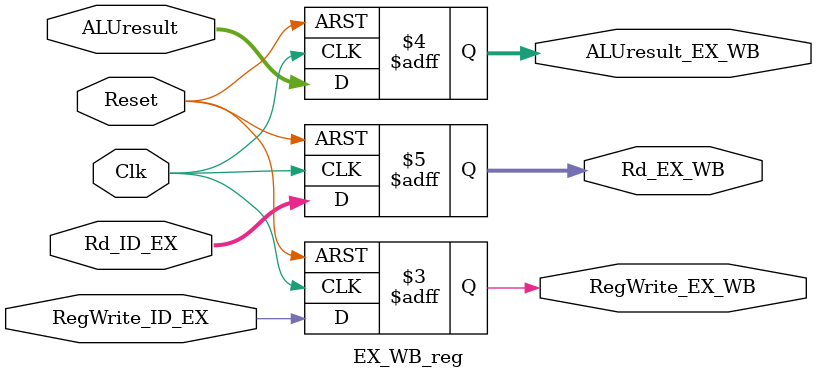
<source format=v>
`timescale 1ns / 1ps

module EX_WB_reg (
    input Clk,
    Reset,
    input RegWrite_ID_EX,
    input [7:0] ALUresult,
    input [2:0] Rd_ID_EX,
    output reg RegWrite_EX_WB,
    output reg [7:0] ALUresult_EX_WB,
    output reg [2:0] Rd_EX_WB
);

  always @(posedge Clk, negedge Reset) begin
    if (Reset == 0) begin
      RegWrite_EX_WB = 1'b0;
      ALUresult_EX_WB = 8'b0;
      Rd_EX_WB = 3'b0;
    end else begin
      RegWrite_EX_WB = RegWrite_ID_EX;
      ALUresult_EX_WB = ALUresult;
      Rd_EX_WB = Rd_ID_EX;
    end
  end
endmodule

</source>
